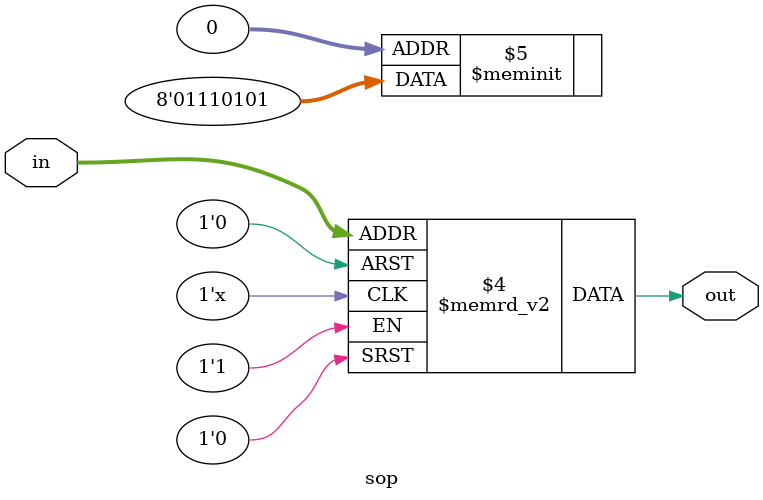
<source format=v>
/*
 * 	A Verilog implementation of a canonical SOP function
 * 	f(x1,x2,x3) = SUM m(0,2,4,5,6)
 * 	
 *	sop.v
 *
 *	Alex Howard
 *	11-8-2013
 *	EET 2310
 *	Program 4
 *	
 */

 
module sop(

	//Input
		in,
	//Output
		out
);

	input [2:0] in;
	output reg out;
	
	always@ (in)
	begin
		case(in)
			0: out = 1;
			1: out = 0;
			2: out = 1;
			3: out = 0;
			4: out = 1;
			5: out = 1;
			6: out = 1;
			7: out = 0;
		endcase
	end

endmodule
</source>
